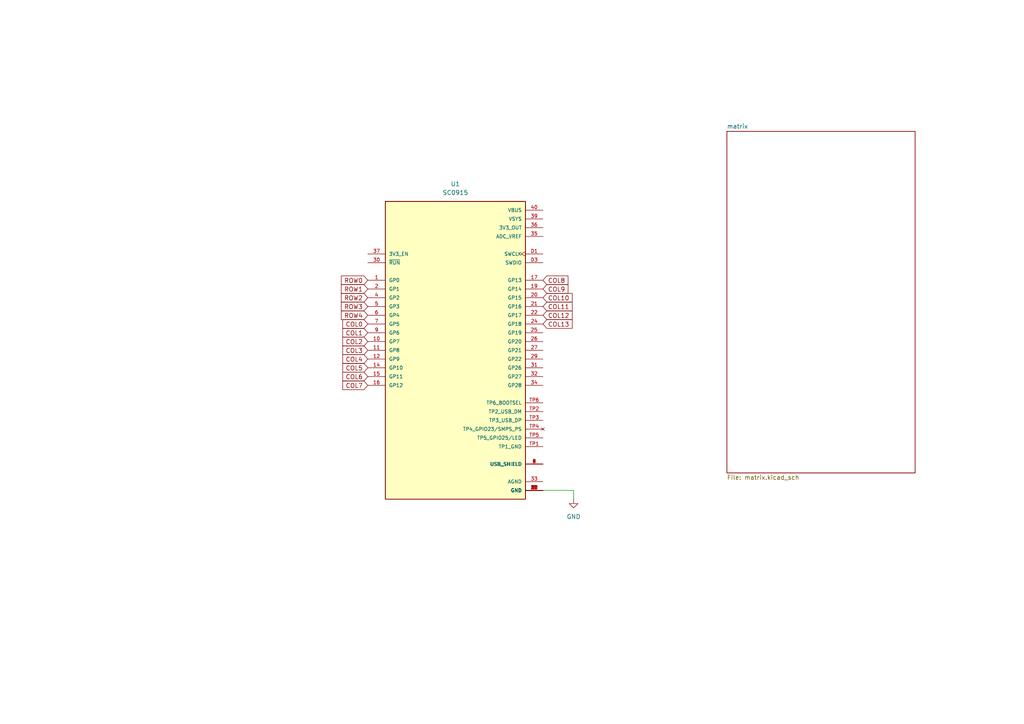
<source format=kicad_sch>
(kicad_sch (version 20231120) (generator "eeschema") (generator_version "8.0")
  (paper "A4")
  (title_block (title "IMACS Keyboard Controller"))
  (lib_symbols
    (symbol "SC0915:SC0915" (pin_names (offset 1.016))
      (property "Reference" "U" (at -20.32 44.069 0))
      (property "Value" "SC0915" (at -20.32 -45.72 0))
      (symbol "SC0915_0_0"
        (rectangle (start -20.32 -43.18) (end 20.32 43.18) (stroke (width 0.254)) (fill (type background)))
        (pin bidirectional line (at -25.4 20.32 0) (length 5.08) (name "GP0") (number "1"))
        (pin bidirectional line (at -25.4 2.54 0) (length 5.08) (name "GP7") (number "10"))
        (pin bidirectional line (at -25.4 0 0) (length 5.08) (name "GP8") (number "11"))
        (pin bidirectional line (at -25.4 -2.54 0) (length 5.08) (name "GP9") (number "12"))
        (pin power_in line (at 25.4 -40.64 180) (length 5.08) (name "GND") (number "13"))
        (pin bidirectional line (at -25.4 -5.08 0) (length 5.08) (name "GP10") (number "14"))
        (pin bidirectional line (at -25.4 -7.62 0) (length 5.08) (name "GP11") (number "15"))
        (pin bidirectional line (at -25.4 -10.16 0) (length 5.08) (name "GP12") (number "16"))
        (pin bidirectional line (at 25.4 20.32 180) (length 5.08) (name "GP13") (number "17"))
        (pin power_in line (at 25.4 -40.64 180) (length 5.08) (name "GND") (number "18"))
        (pin bidirectional line (at 25.4 17.78 180) (length 5.08) (name "GP14") (number "19"))
        (pin bidirectional line (at -25.4 17.78 0) (length 5.08) (name "GP1") (number "2"))
        (pin bidirectional line (at 25.4 15.24 180) (length 5.08) (name "GP15") (number "20"))
        (pin bidirectional line (at 25.4 12.7 180) (length 5.08) (name "GP16") (number "21"))
        (pin bidirectional line (at 25.4 10.16 180) (length 5.08) (name "GP17") (number "22"))
        (pin power_in line (at 25.4 -40.64 180) (length 5.08) (name "GND") (number "23"))
        (pin bidirectional line (at 25.4 7.62 180) (length 5.08) (name "GP18") (number "24"))
        (pin bidirectional line (at 25.4 5.08 180) (length 5.08) (name "GP19") (number "25"))
        (pin bidirectional line (at 25.4 2.54 180) (length 5.08) (name "GP20") (number "26"))
        (pin bidirectional line (at 25.4 0 180) (length 5.08) (name "GP21") (number "27"))
        (pin power_in line (at 25.4 -40.64 180) (length 5.08) (name "GND") (number "28"))
        (pin bidirectional line (at 25.4 -2.54 180) (length 5.08) (name "GP22") (number "29"))
        (pin power_in line (at 25.4 -40.64 180) (length 5.08) (name "GND") (number "3"))
        (pin input line (at -25.4 25.4 0) (length 5.08) (name "~{RUN}") (number "30"))
        (pin bidirectional line (at 25.4 -5.08 180) (length 5.08) (name "GP26") (number "31"))
        (pin bidirectional line (at 25.4 -7.62 180) (length 5.08) (name "GP27") (number "32"))
        (pin power_in line (at 25.4 -38.1 180) (length 5.08) (name "AGND") (number "33"))
        (pin bidirectional line (at 25.4 -10.16 180) (length 5.08) (name "GP28") (number "34"))
        (pin power_in line (at 25.4 33.02 180) (length 5.08) (name "ADC_VREF") (number "35"))
        (pin power_in line (at 25.4 35.56 180) (length 5.08) (name "3V3_OUT") (number "36"))
        (pin input line (at -25.4 27.94 0) (length 5.08) (name "3V3_EN") (number "37"))
        (pin power_in line (at 25.4 -40.64 180) (length 5.08) (name "GND") (number "38"))
        (pin power_in line (at 25.4 38.1 180) (length 5.08) (name "VSYS") (number "39"))
        (pin bidirectional line (at -25.4 15.24 0) (length 5.08) (name "GP2") (number "4"))
        (pin power_in line (at 25.4 40.64 180) (length 5.08) (name "VBUS") (number "40"))
        (pin bidirectional line (at -25.4 12.7 0) (length 5.08) (name "GP3") (number "5"))
        (pin bidirectional line (at -25.4 10.16 0) (length 5.08) (name "GP4") (number "6"))
        (pin bidirectional line (at -25.4 7.62 0) (length 5.08) (name "GP5") (number "7"))
        (pin power_in line (at 25.4 -40.64 180) (length 5.08) (name "GND") (number "8"))
        (pin bidirectional line (at -25.4 5.08 0) (length 5.08) (name "GP6") (number "9"))
        (pin power_in line (at 25.4 -33.02 180) (length 5.08) (name "USB_SHIELD") (number "A"))
        (pin power_in line (at 25.4 -33.02 180) (length 5.08) (name "USB_SHIELD") (number "B"))
        (pin power_in line (at 25.4 -33.02 180) (length 5.08) (name "USB_SHIELD") (number "C"))
        (pin power_in line (at 25.4 -33.02 180) (length 5.08) (name "USB_SHIELD") (number "D"))
        (pin input clock (at 25.4 27.94 180) (length 5.08) (name "SWCLK") (number "D1"))
        (pin power_in line (at 25.4 -40.64 180) (length 5.08) (name "GND") (number "D2"))
        (pin bidirectional line (at 25.4 25.4 180) (length 5.08) (name "SWDIO") (number "D3"))
        (pin power_in line (at 25.4 -27.94 180) (length 5.08) (name "TP1_GND") (number "TP1"))
        (pin bidirectional line (at 25.4 -17.78 180) (length 5.08) (name "TP2_USB_DM") (number "TP2"))
        (pin bidirectional line (at 25.4 -20.32 180) (length 5.08) (name "TP3_USB_DP") (number "TP3"))
        (pin no_connect line (at 25.4 -22.86 180) (length 5.08) (name "TP4_GPIO23/SMPS_PS") (number "TP4"))
        (pin output line (at 25.4 -25.4 180) (length 5.08) (name "TP5_GPIO25/LED") (number "TP5"))
        (pin input line (at 25.4 -15.24 180) (length 5.08) (name "TP6_BOOTSEL") (number "TP6"))
      )
    )
    (symbol "power:GND" (power) (pin_numbers hide) (pin_names (offset 0) hide)
      (property "Value" "GND" (at 0 -3.81 0))
      (symbol "GND_0_1"
        (polyline (pts (xy 0 0) (xy 0 -1.27) (xy 1.27 -1.27) (xy 0 -2.54) (xy -1.27 -1.27) (xy 0 -1.27)))
      )
      (symbol "GND_1_1"
        (pin power_in line (at 0 0 270) (length 0) (name "~") (number "1"))
      )
    )
  )
  (wire (pts (xy 166.37 142.24) (xy 166.37 144.78)))
  (wire (pts (xy 157.48 142.24) (xy 166.37 142.24)))
  (global_label "COL6" (shape input) (at 106.68 109.22 180) (property "Intersheetrefs" "${INTERSHEET_REFS}" (effects (hide yes))))
  (global_label "COL9" (shape input) (at 157.48 83.82 0) (property "Intersheetrefs" "${INTERSHEET_REFS}" (effects (hide yes))))
  (global_label "COL8" (shape input) (at 157.48 81.28 0) (property "Intersheetrefs" "${INTERSHEET_REFS}" (effects (hide yes))))
  (global_label "COL11" (shape input) (at 157.48 88.9 0) (property "Intersheetrefs" "${INTERSHEET_REFS}" (effects (hide yes))))
  (global_label "COL5" (shape input) (at 106.68 106.68 180) (property "Intersheetrefs" "${INTERSHEET_REFS}" (effects (hide yes))))
  (global_label "COL12" (shape input) (at 157.48 91.44 0) (property "Intersheetrefs" "${INTERSHEET_REFS}" (effects (hide yes))))
  (global_label "ROW2" (shape input) (at 106.68 86.36 180) (property "Intersheetrefs" "${INTERSHEET_REFS}" (effects (hide yes))))
  (global_label "COL7" (shape input) (at 106.68 111.76 180) (property "Intersheetrefs" "${INTERSHEET_REFS}" (effects (hide yes))))
  (global_label "COL0" (shape input) (at 106.68 93.98 180) (property "Intersheetrefs" "${INTERSHEET_REFS}" (effects (hide yes))))
  (global_label "ROW3" (shape input) (at 106.68 88.9 180) (property "Intersheetrefs" "${INTERSHEET_REFS}" (effects (hide yes))))
  (global_label "COL10" (shape input) (at 157.48 86.36 0) (property "Intersheetrefs" "${INTERSHEET_REFS}" (effects (hide yes))))
  (global_label "ROW4" (shape input) (at 106.68 91.44 180) (property "Intersheetrefs" "${INTERSHEET_REFS}" (effects (hide yes))))
  (global_label "ROW0" (shape input) (at 106.68 81.28 180) (property "Intersheetrefs" "${INTERSHEET_REFS}" (effects (hide yes))))
  (global_label "COL1" (shape input) (at 106.68 96.52 180) (property "Intersheetrefs" "${INTERSHEET_REFS}" (effects (hide yes))))
  (global_label "COL13" (shape input) (at 157.48 93.98 0) (property "Intersheetrefs" "${INTERSHEET_REFS}" (effects (hide yes))))
  (global_label "COL4" (shape input) (at 106.68 104.14 180) (property "Intersheetrefs" "${INTERSHEET_REFS}" (effects (hide yes))))
  (global_label "COL2" (shape input) (at 106.68 99.06 180) (property "Intersheetrefs" "${INTERSHEET_REFS}" (effects (hide yes))))
  (global_label "ROW1" (shape input) (at 106.68 83.82 180) (property "Intersheetrefs" "${INTERSHEET_REFS}" (effects (hide yes))))
  (global_label "COL3" (shape input) (at 106.68 101.6 180) (property "Intersheetrefs" "${INTERSHEET_REFS}" (effects (hide yes))))
  (symbol (lib_id "SC0915:SC0915") (at 132.08 101.6 0) (unit 1)
    (property "Reference" "U1" (at 132.08 53.34 0))
    (property "Value" "SC0915" (at 132.08 55.88 0))
    (property "Footprint" "SC0915:MODULE_SC0915" (effects (hide yes)))
    (property "MF" "Pi Supply" (effects (hide yes)))
    (property "Description_1" "\nRP2040 Raspberry Pi Pico - ARM® Cortex®-M0+ MCU 32-Bit Embedded Evaluation Board\n" (effects (hide yes)))
    (property "Package" "None" (effects (hide yes)))
    (property "Price" "None" (effects (hide yes)))
    (property "Check_prices" "https://www.snapeda.com/parts/SC0915/Pi+Supply/view-part/?ref=eda" (effects (hide yes)))
    (property "STANDARD" "Manufacturer Recommendations" (effects (hide yes)))
    (property "PARTREV" "1.9" (effects (hide yes)))
    (property "SnapEDA_Link" "https://www.snapeda.com/parts/SC0915/Pi+Supply/view-part/?ref=snap" (effects (hide yes)))
    (property "MP" "SC0915" (effects (hide yes)))
    (property "MANUFACTURER" "Pi Supply" (effects (hide yes)))
    (property "Availability" "In Stock" (effects (hide yes)))
    (property "SNAPEDA_PN" "SC0915" (effects (hide yes)))
  )
  (symbol (lib_id "power:GND") (at 166.37 144.78 0) (unit 1)
    (property "Reference" "#PWR01" (effects (hide yes)))
    (property "Value" "GND" (at 166.37 149.86 0))
    (property "Description" "Power symbol creates a global label with name \"GND\" , ground" (effects (hide yes)))
  )
  (sheet (at 210.82 38.1) (size 54.61 99.06) (stroke (width 0.1524))
    (property "Sheetname" "matrix" (at 210.82 37.3884 0) (effects (justify left bottom)))
    (property "Sheetfile" "matrix.kicad_sch" (at 210.82 137.7446 0) (effects (justify left top)))
  )
)
</source>
